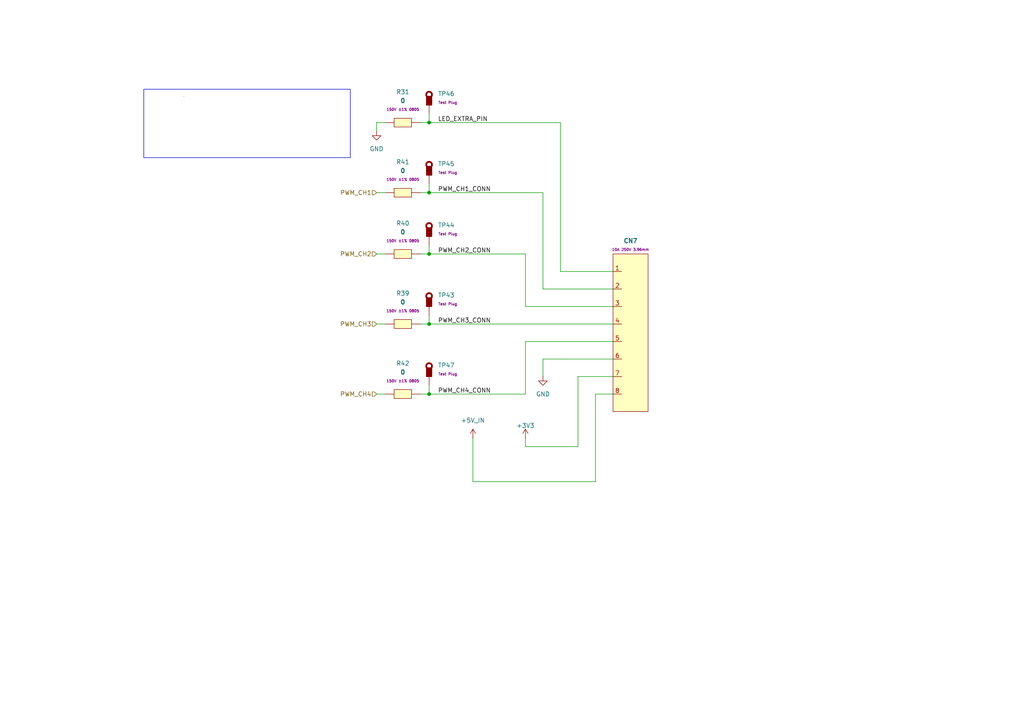
<source format=kicad_sch>
(kicad_sch (version 20231120) (generator "eeschema") (generator_version "8.0")
  (paper "A4")
  (title_block (title "AstraControl - Root") (date "2024-08-26") (rev "A") (company "LiveAstra Technologies"))
  (lib_symbols
    (symbol "LiveAstra:+5V_IN" (power) (pin_numbers hide) (pin_names (offset 0) hide)
      (property "Value" "+5V_IN" (at 0 3.556 0))
      (symbol "+5V_IN_0_1"
        (polyline (pts (xy -0.762 1.27) (xy 0 2.54)))
        (polyline (pts (xy 0 0) (xy 0 2.54)))
        (polyline (pts (xy 0 2.54) (xy 0.762 1.27)))
      )
      (symbol "+5V_IN_1_1"
        (pin power_in line (at 0 0 90) (length 0) (name "~") (number "1"))
      )
    )
    (symbol "LiveAstra:JST_VH_8PIN_10A_250V" (pin_names hide)
      (property "Reference" "CN" (at 0 26.67 0))
      (property "Extra Values" "10A 250V 3.96mm" (at 0 24.13 0))
      (symbol "JST_VH_8PIN_10A_250V_0_1"
        (rectangle (start -5.08 22.86) (end 5.08 -22.86) (fill (type background)))
      )
      (symbol "JST_VH_8PIN_10A_250V_1_1"
        (pin passive line (at -5.08 17.78 0) (length 2.54) (name "1") (number "1"))
        (pin passive line (at -5.08 12.7 0) (length 2.54) (name "2") (number "2"))
        (pin passive line (at -5.08 7.62 0) (length 2.54) (name "3") (number "3"))
        (pin passive line (at -5.08 2.54 0) (length 2.54) (name "4") (number "4"))
        (pin passive line (at -5.08 -2.54 0) (length 2.54) (name "5") (number "5"))
        (pin passive line (at -5.08 -7.62 0) (length 2.54) (name "6") (number "6"))
        (pin passive line (at -5.08 -12.7 0) (length 2.54) (name "7") (number "7"))
        (pin passive line (at -5.08 -17.78 0) (length 2.54) (name "8") (number "8"))
      )
    )
    (symbol "LiveAstra:R_0Ohm_0805_125mW" (pin_numbers hide) (pin_names hide)
      (property "Reference" "R" (at 0 7.62 0))
      (property "Value" "0" (at 0 5.08 0))
      (property "Extra Values" "150V ±1% 0805" (at 0 2.54 0))
      (symbol "R_0Ohm_0805_125mW_0_1"
        (rectangle (start -2.54 1.27) (end 2.54 -1.27) (fill (type background)))
      )
      (symbol "R_0Ohm_0805_125mW_1_1"
        (pin passive line (at -5.08 0 0) (length 2.54) (name "1") (number "1"))
        (pin passive line (at 5.08 0 180) (length 2.54) (name "2") (number "2"))
      )
    )
    (symbol "LiveAstra:TestPoint_Thimble" (pin_numbers hide) (pin_names hide) (in_bom no)
      (property "Reference" "TP" (at 0 9.5043 0))
      (property "Extra Values" "Test Plug" (at 0 7.62 0))
      (symbol "TestPoint_Thimble_1_1"
        (rectangle (start -0.762 5.08) (end 0.762 2.54) (stroke (width 0.254)) (fill (type outline)))
        (arc (start 0.508 4.9323) (mid 0 6.4175) (end -0.508 4.9323) (stroke (width 0.508)))
        (pin passive line (at 0 0 90) (length 2.54) (name "1") (number "1"))
      )
    )
    (symbol "power:+3V3" (power) (pin_numbers hide) (pin_names (offset 0) hide)
      (property "Value" "+3V3" (at 0 3.556 0))
      (symbol "+3V3_0_1"
        (polyline (pts (xy -0.762 1.27) (xy 0 2.54)))
        (polyline (pts (xy 0 0) (xy 0 2.54)))
        (polyline (pts (xy 0 2.54) (xy 0.762 1.27)))
      )
      (symbol "+3V3_1_1"
        (pin power_in line (at 0 0 90) (length 0) (name "~") (number "1"))
      )
    )
    (symbol "power:GND" (power) (pin_numbers hide) (pin_names (offset 0) hide)
      (property "Value" "GND" (at 0 -3.81 0))
      (symbol "GND_0_1"
        (polyline (pts (xy 0 0) (xy 0 -1.27) (xy 1.27 -1.27) (xy 0 -2.54) (xy -1.27 -1.27) (xy 0 -1.27)))
      )
      (symbol "GND_1_1"
        (pin power_in line (at 0 0 270) (length 0) (name "~") (number "1"))
      )
    )
  )
  (junction (at 124.46 73.66))
  (junction (at 124.46 114.3))
  (junction (at 124.46 35.56))
  (junction (at 124.46 55.88))
  (junction (at 124.46 93.98))
  (wire (pts (xy 152.4 73.66) (xy 152.4 88.9)))
  (wire (pts (xy 124.46 91.44) (xy 124.46 93.98)))
  (wire (pts (xy 124.46 93.98) (xy 177.8 93.98)))
  (wire (pts (xy 152.4 99.06) (xy 152.4 114.3)))
  (wire (pts (xy 121.92 55.88) (xy 124.46 55.88)))
  (wire (pts (xy 162.56 35.56) (xy 162.56 78.74)))
  (wire (pts (xy 124.46 71.12) (xy 124.46 73.66)))
  (wire (pts (xy 157.48 55.88) (xy 157.48 83.82)))
  (wire (pts (xy 152.4 129.54) (xy 152.4 127)))
  (wire (pts (xy 167.64 109.22) (xy 167.64 129.54)))
  (wire (pts (xy 109.22 55.88) (xy 111.76 55.88)))
  (wire (pts (xy 137.16 139.7) (xy 172.72 139.7)))
  (wire (pts (xy 124.46 111.76) (xy 124.46 114.3)))
  (wire (pts (xy 152.4 88.9) (xy 177.8 88.9)))
  (wire (pts (xy 109.22 93.98) (xy 111.76 93.98)))
  (wire (pts (xy 162.56 78.74) (xy 177.8 78.74)))
  (wire (pts (xy 109.22 35.56) (xy 109.22 38.1)))
  (wire (pts (xy 124.46 73.66) (xy 152.4 73.66)))
  (polyline (pts (xy 53.34 27.94) (xy 53.34 27.94)) (stroke (width -0.0001) (type solid)))
  (wire (pts (xy 152.4 99.06) (xy 177.8 99.06)))
  (wire (pts (xy 172.72 114.3) (xy 177.8 114.3)))
  (wire (pts (xy 157.48 104.14) (xy 157.48 109.22)))
  (wire (pts (xy 157.48 104.14) (xy 177.8 104.14)))
  (wire (pts (xy 124.46 114.3) (xy 152.4 114.3)))
  (wire (pts (xy 137.16 139.7) (xy 137.16 127)))
  (wire (pts (xy 109.22 73.66) (xy 111.76 73.66)))
  (wire (pts (xy 124.46 55.88) (xy 157.48 55.88)))
  (wire (pts (xy 172.72 114.3) (xy 172.72 139.7)))
  (wire (pts (xy 109.22 114.3) (xy 111.76 114.3)))
  (wire (pts (xy 121.92 93.98) (xy 124.46 93.98)))
  (wire (pts (xy 157.48 83.82) (xy 177.8 83.82)))
  (wire (pts (xy 124.46 33.02) (xy 124.46 35.56)))
  (wire (pts (xy 121.92 114.3) (xy 124.46 114.3)))
  (wire (pts (xy 152.4 129.54) (xy 167.64 129.54)))
  (wire (pts (xy 124.46 53.34) (xy 124.46 55.88)))
  (wire (pts (xy 109.22 35.56) (xy 111.76 35.56)))
  (wire (pts (xy 124.46 73.66) (xy 121.92 73.66)))
  (wire (pts (xy 124.46 35.56) (xy 162.56 35.56)))
  (wire (pts (xy 167.64 109.22) (xy 177.8 109.22)))
  (wire (pts (xy 121.92 35.56) (xy 124.46 35.56)))
  (rectangle (start 41.7033 25.88) (end 101.6 45.72))
  (text "Information" (at 49.2233 32.29 0) (effects (font (size 3 3)) (justify left)))
  (text "If a different signal is required here the 0Ohm + PTH\nwill allow a post assembly fix / experimentation.\nOtherwise, just GND." (at 44.1433 36.1 0) (effects (font (size 1.5 1.5)) (justify left top)))
  (label "PWM_CH4_CONN" (at 127 114.3 0))
  (label "PWM_CH1_CONN" (at 127 55.88 0))
  (label "LED_EXTRA_PIN" (at 127 35.56 0))
  (label "PWM_CH3_CONN" (at 127 93.98 0))
  (label "PWM_CH2_CONN" (at 127 73.66 0))
  (hierarchical_label "PWM_CH3" (shape input) (at 109.22 93.98 180))
  (hierarchical_label "PWM_CH2" (shape input) (at 109.22 73.66 180))
  (hierarchical_label "PWM_CH4" (shape input) (at 109.22 114.3 180))
  (hierarchical_label "PWM_CH1" (shape input) (at 109.22 55.88 180))
  (symbol (lib_id "LiveAstra:JST_VH_8PIN_10A_250V") (at 182.88 96.52 0) (unit 1)
    (property "Reference" "CN7" (at 182.88 69.85 0) (effects (font (bold yes))))
    (property "Value" "JST_VH_8PIN_10A_250V" (effects (hide yes)))
    (property "Footprint" "LiveAstra:JST_VH_B8P-VH-B_1x08_P3.96mm_Vertical" (effects (hide yes)))
    (property "Datasheet" "https://lcsc.com/product-detail/_JST-Sales-America_B8P-VH-B-LF-SN_JST-Sales-America-B8P-VH-B-LF-SN_C265117.html" (effects (hide yes)))
    (property "LCSC Part" "C265117" (effects (hide yes)))
    (property "Extra Values" "10A 250V 3.96mm" (at 182.88 72.39 0) (effects (font (size 0.762 0.762) (bold yes))))
  )
  (symbol (lib_id "LiveAstra:TestPoint_Thimble") (at 124.46 53.34 0) (unit 1) (in_bom no)
    (property "Reference" "TP45" (at 127 47.5276 0) (effects (justify left)))
    (property "Value" "TestPoint_Thimble" (effects (hide yes)))
    (property "Footprint" "LiveAstra:TestPoint_Loop_D3.50mm_Drill0.9mm_Beaded" (effects (hide yes)))
    (property "LCSC Part" "C5277086" (effects (hide yes)))
    (property "Extra Values" "Test Plug" (at 127 50.0676 0) (effects (font (size 0.762 0.762) (bold yes)) (justify left)))
  )
  (symbol (lib_id "LiveAstra:+5V_IN") (at 137.16 127 0) (unit 1)
    (property "Reference" "#PWR074" (effects (hide yes)))
    (property "Value" "+5V_IN" (at 137.16 121.92 0))
    (property "Description" "Power symbol creates a global label with name \"+5V_IN\"" (effects (hide yes)))
  )
  (symbol (lib_id "power:+3V3") (at 152.4 127 0) (unit 1)
    (property "Reference" "#PWR073" (effects (hide yes)))
    (property "Value" "+3V3" (at 152.4 123.444 0))
    (property "Description" "Power symbol creates a global label with name \"+3V3\"" (effects (hide yes)))
  )
  (symbol (lib_id "LiveAstra:R_0Ohm_0805_125mW") (at 116.84 35.56 0) (unit 1)
    (property "Reference" "R31" (at 116.84 26.67 0))
    (property "Value" "0" (at 116.84 29.21 0) (effects (font (bold yes))))
    (property "Footprint" "LiveAstra:R_0805_2012Metric_Pad1.20x1.40mm_HandSolder" (effects (hide yes)))
    (property "Datasheet" "https://lcsc.com/product-detail/Chip-Resistor-Surface-Mount-UniOhm_0R-0R0-1_C17477.html" (effects (hide yes)))
    (property "Description" "Thick Film Resistors" (effects (hide yes)))
    (property "LCSC Part" "C17477" (effects (hide yes)))
    (property "Extra Values" "150V ±1% 0805" (at 116.84 31.75 0) (effects (font (size 0.762 0.762) (bold yes))))
  )
  (symbol (lib_id "power:GND") (at 157.48 109.22 0) (unit 1)
    (property "Reference" "#PWR075" (effects (hide yes)))
    (property "Value" "GND" (at 157.48 114.3 0))
    (property "Description" "Power symbol creates a global label with name \"GND\" , ground" (effects (hide yes)))
  )
  (symbol (lib_id "LiveAstra:R_0Ohm_0805_125mW") (at 116.84 73.66 0) (unit 1)
    (property "Reference" "R40" (at 116.84 64.77 0))
    (property "Value" "0" (at 116.84 67.31 0) (effects (font (bold yes))))
    (property "Footprint" "LiveAstra:R_0805_2012Metric_Pad1.20x1.40mm_HandSolder" (effects (hide yes)))
    (property "Datasheet" "https://lcsc.com/product-detail/Chip-Resistor-Surface-Mount-UniOhm_0R-0R0-1_C17477.html" (effects (hide yes)))
    (property "Description" "Thick Film Resistors" (effects (hide yes)))
    (property "LCSC Part" "C17477" (effects (hide yes)))
    (property "Extra Values" "150V ±1% 0805" (at 116.84 69.85 0) (effects (font (size 0.762 0.762) (bold yes))))
  )
  (symbol (lib_id "LiveAstra:TestPoint_Thimble") (at 124.46 71.12 0) (unit 1) (in_bom no)
    (property "Reference" "TP44" (at 127 65.3076 0) (effects (justify left)))
    (property "Value" "TestPoint_Thimble" (effects (hide yes)))
    (property "Footprint" "LiveAstra:TestPoint_Loop_D3.50mm_Drill0.9mm_Beaded" (effects (hide yes)))
    (property "LCSC Part" "C5277086" (effects (hide yes)))
    (property "Extra Values" "Test Plug" (at 127 67.8476 0) (effects (font (size 0.762 0.762) (bold yes)) (justify left)))
  )
  (symbol (lib_id "LiveAstra:R_0Ohm_0805_125mW") (at 116.84 55.88 0) (unit 1)
    (property "Reference" "R41" (at 116.84 46.99 0))
    (property "Value" "0" (at 116.84 49.53 0) (effects (font (bold yes))))
    (property "Footprint" "LiveAstra:R_0805_2012Metric_Pad1.20x1.40mm_HandSolder" (effects (hide yes)))
    (property "Datasheet" "https://lcsc.com/product-detail/Chip-Resistor-Surface-Mount-UniOhm_0R-0R0-1_C17477.html" (effects (hide yes)))
    (property "Description" "Thick Film Resistors" (effects (hide yes)))
    (property "LCSC Part" "C17477" (effects (hide yes)))
    (property "Extra Values" "150V ±1% 0805" (at 116.84 52.07 0) (effects (font (size 0.762 0.762) (bold yes))))
  )
  (symbol (lib_id "power:GND") (at 109.22 38.1 0) (unit 1)
    (property "Reference" "#PWR072" (effects (hide yes)))
    (property "Value" "GND" (at 109.22 43.18 0))
    (property "Description" "Power symbol creates a global label with name \"GND\" , ground" (effects (hide yes)))
  )
  (symbol (lib_id "LiveAstra:TestPoint_Thimble") (at 124.46 111.76 0) (unit 1) (in_bom no)
    (property "Reference" "TP47" (at 127 105.9476 0) (effects (justify left)))
    (property "Value" "TestPoint_Thimble" (effects (hide yes)))
    (property "Footprint" "LiveAstra:TestPoint_Loop_D3.50mm_Drill0.9mm_Beaded" (effects (hide yes)))
    (property "LCSC Part" "C5277086" (effects (hide yes)))
    (property "Extra Values" "Test Plug" (at 127 108.4876 0) (effects (font (size 0.762 0.762) (bold yes)) (justify left)))
  )
  (symbol (lib_id "LiveAstra:TestPoint_Thimble") (at 124.46 91.44 0) (unit 1) (in_bom no)
    (property "Reference" "TP43" (at 127 85.6276 0) (effects (justify left)))
    (property "Value" "TestPoint_Thimble" (effects (hide yes)))
    (property "Footprint" "LiveAstra:TestPoint_Loop_D3.50mm_Drill0.9mm_Beaded" (effects (hide yes)))
    (property "LCSC Part" "C5277086" (effects (hide yes)))
    (property "Extra Values" "Test Plug" (at 127 88.1676 0) (effects (font (size 0.762 0.762) (bold yes)) (justify left)))
  )
  (symbol (lib_id "LiveAstra:R_0Ohm_0805_125mW") (at 116.84 114.3 0) (unit 1)
    (property "Reference" "R42" (at 116.84 105.41 0))
    (property "Value" "0" (at 116.84 107.95 0) (effects (font (bold yes))))
    (property "Footprint" "LiveAstra:R_0805_2012Metric_Pad1.20x1.40mm_HandSolder" (effects (hide yes)))
    (property "Datasheet" "https://lcsc.com/product-detail/Chip-Resistor-Surface-Mount-UniOhm_0R-0R0-1_C17477.html" (effects (hide yes)))
    (property "Description" "Thick Film Resistors" (effects (hide yes)))
    (property "LCSC Part" "C17477" (effects (hide yes)))
    (property "Extra Values" "150V ±1% 0805" (at 116.84 110.49 0) (effects (font (size 0.762 0.762) (bold yes))))
  )
  (symbol (lib_id "LiveAstra:R_0Ohm_0805_125mW") (at 116.84 93.98 0) (unit 1)
    (property "Reference" "R39" (at 116.84 85.09 0))
    (property "Value" "0" (at 116.84 87.63 0) (effects (font (bold yes))))
    (property "Footprint" "LiveAstra:R_0805_2012Metric_Pad1.20x1.40mm_HandSolder" (effects (hide yes)))
    (property "Datasheet" "https://lcsc.com/product-detail/Chip-Resistor-Surface-Mount-UniOhm_0R-0R0-1_C17477.html" (effects (hide yes)))
    (property "Description" "Thick Film Resistors" (effects (hide yes)))
    (property "LCSC Part" "C17477" (effects (hide yes)))
    (property "Extra Values" "150V ±1% 0805" (at 116.84 90.17 0) (effects (font (size 0.762 0.762) (bold yes))))
  )
  (symbol (lib_id "LiveAstra:TestPoint_Thimble") (at 124.46 33.02 0) (unit 1) (in_bom no)
    (property "Reference" "TP46" (at 127 27.2076 0) (effects (justify left)))
    (property "Value" "TestPoint_Thimble" (effects (hide yes)))
    (property "Footprint" "LiveAstra:TestPoint_Loop_D3.50mm_Drill0.9mm_Beaded" (effects (hide yes)))
    (property "LCSC Part" "C5277086" (effects (hide yes)))
    (property "Extra Values" "Test Plug" (at 127 29.7476 0) (effects (font (size 0.762 0.762) (bold yes)) (justify left)))
  )
)
</source>
